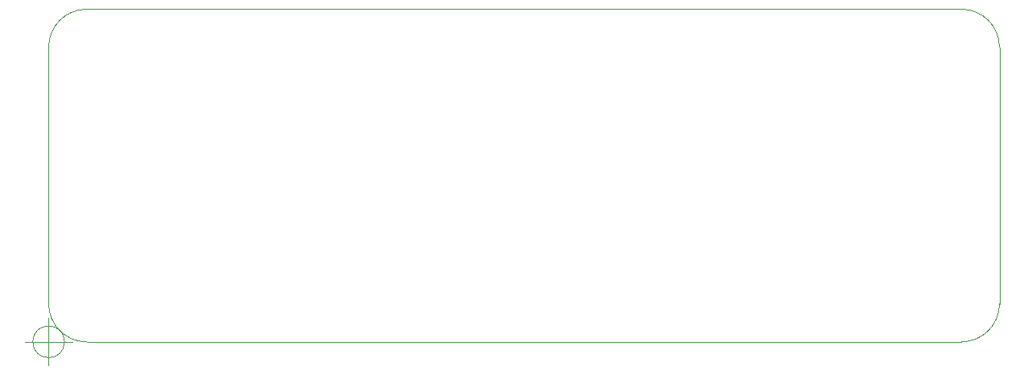
<source format=gbr>
%TF.GenerationSoftware,KiCad,Pcbnew,(6.0.5)*%
%TF.CreationDate,2022-05-24T14:43:57+02:00*%
%TF.ProjectId,SmartHarz-Thermometer,536d6172-7448-4617-927a-2d546865726d,1b1*%
%TF.SameCoordinates,Original*%
%TF.FileFunction,Profile,NP*%
%FSLAX46Y46*%
G04 Gerber Fmt 4.6, Leading zero omitted, Abs format (unit mm)*
G04 Created by KiCad (PCBNEW (6.0.5)) date 2022-05-24 14:43:57*
%MOMM*%
%LPD*%
G01*
G04 APERTURE LIST*
%TA.AperFunction,Profile*%
%ADD10C,0.100000*%
%TD*%
G04 APERTURE END LIST*
D10*
X91666666Y-105000000D02*
G75*
G03*
X91666666Y-105000000I-1666666J0D01*
G01*
X87500000Y-105000000D02*
X92500000Y-105000000D01*
X90000000Y-102500000D02*
X90000000Y-107500000D01*
X186000000Y-105000000D02*
X94000000Y-105000000D01*
X186000000Y-105000000D02*
G75*
G03*
X190000000Y-101000000I0J4000000D01*
G01*
X190000000Y-74000000D02*
X190000000Y-101000000D01*
X90000000Y-101000000D02*
X90000000Y-74000000D01*
X190000000Y-74000000D02*
G75*
G03*
X186000000Y-70000000I-4000000J0D01*
G01*
X90000000Y-101000000D02*
G75*
G03*
X94000000Y-105000000I4000000J0D01*
G01*
X94000000Y-70000000D02*
G75*
G03*
X90000000Y-74000000I0J-4000000D01*
G01*
X94000000Y-70000000D02*
X186000000Y-70000000D01*
M02*

</source>
